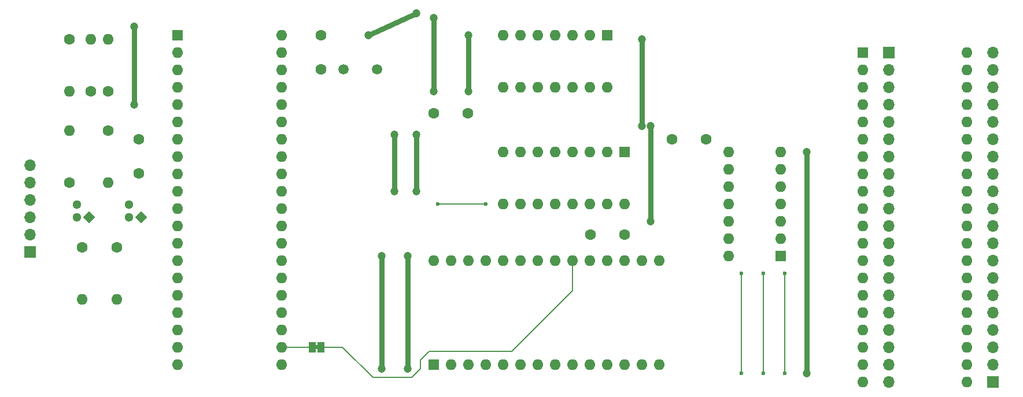
<source format=gtl>
%TF.GenerationSoftware,KiCad,Pcbnew,8.0.5+1*%
%TF.CreationDate,2024-10-09T18:42:43+02:00*%
%TF.ProjectId,QL_PC0084A_keyboard_adapter,514c5f50-4330-4303-9834-415f6b657962,0*%
%TF.SameCoordinates,Original*%
%TF.FileFunction,Copper,L1,Top*%
%TF.FilePolarity,Positive*%
%FSLAX46Y46*%
G04 Gerber Fmt 4.6, Leading zero omitted, Abs format (unit mm)*
G04 Created by KiCad (PCBNEW 8.0.5+1) date 2024-10-09 18:42:43*
%MOMM*%
%LPD*%
G01*
G04 APERTURE LIST*
G04 Aperture macros list*
%AMRotRect*
0 Rectangle, with rotation*
0 The origin of the aperture is its center*
0 $1 length*
0 $2 width*
0 $3 Rotation angle, in degrees counterclockwise*
0 Add horizontal line*
21,1,$1,$2,0,0,$3*%
G04 Aperture macros list end*
%TA.AperFunction,EtchedComponent*%
%ADD10C,0.000000*%
%TD*%
%TA.AperFunction,ComponentPad*%
%ADD11RotRect,1.300000X1.300000X135.000000*%
%TD*%
%TA.AperFunction,ComponentPad*%
%ADD12C,1.300000*%
%TD*%
%TA.AperFunction,ComponentPad*%
%ADD13R,1.600000X1.600000*%
%TD*%
%TA.AperFunction,ComponentPad*%
%ADD14O,1.600000X1.600000*%
%TD*%
%TA.AperFunction,ComponentPad*%
%ADD15C,1.600000*%
%TD*%
%TA.AperFunction,ComponentPad*%
%ADD16C,1.500000*%
%TD*%
%TA.AperFunction,ComponentPad*%
%ADD17R,1.700000X1.700000*%
%TD*%
%TA.AperFunction,ComponentPad*%
%ADD18O,1.700000X1.700000*%
%TD*%
%TA.AperFunction,SMDPad,CuDef*%
%ADD19R,1.000000X1.500000*%
%TD*%
%TA.AperFunction,ViaPad*%
%ADD20C,1.200000*%
%TD*%
%TA.AperFunction,ViaPad*%
%ADD21C,0.600000*%
%TD*%
%TA.AperFunction,Conductor*%
%ADD22C,0.800000*%
%TD*%
%TA.AperFunction,Conductor*%
%ADD23C,0.200000*%
%TD*%
%ADD24C,0.350000*%
%ADD25C,0.300000*%
G04 APERTURE END LIST*
D10*
%TA.AperFunction,EtchedComponent*%
%TO.C,JP1*%
G36*
X136155000Y-124760000D02*
G01*
X135655000Y-124760000D01*
X135655000Y-124160000D01*
X136155000Y-124160000D01*
X136155000Y-124760000D01*
G37*
%TD.AperFunction*%
%TD*%
D11*
%TO.P,Q1,1,E*%
%TO.N,GND*%
X102595000Y-105410000D03*
D12*
%TO.P,Q1,2,C*%
%TO.N,Net-(Q1-C)*%
X100798949Y-105410000D03*
%TO.P,Q1,3,B*%
%TO.N,Net-(Q1-B)*%
X100798949Y-103613949D03*
%TD*%
D11*
%TO.P,Q2,1,E*%
%TO.N,GND*%
X110215000Y-105410000D03*
D12*
%TO.P,Q2,2,C*%
%TO.N,Net-(Q2-C)*%
X108418949Y-105410000D03*
%TO.P,Q2,3,B*%
%TO.N,Net-(Q2-B)*%
X108418949Y-103613949D03*
%TD*%
D13*
%TO.P,U2,1,T0*%
%TO.N,unconnected-(U2-T0-Pad1)*%
X115570000Y-78740000D03*
D14*
%TO.P,U2,2,X1*%
%TO.N,Net-(U2-X1)*%
X115570000Y-81280000D03*
%TO.P,U2,3,X2*%
%TO.N,Net-(U2-X2)*%
X115570000Y-83820000D03*
%TO.P,U2,4,~{RESET}*%
%TO.N,/RESET*%
X115570000Y-86360000D03*
%TO.P,U2,5,~{SS}*%
%TO.N,+5V*%
X115570000Y-88900000D03*
%TO.P,U2,6,~{INT}*%
%TO.N,unconnected-(U2-~{INT}-Pad6)*%
X115570000Y-91440000D03*
%TO.P,U2,7,EA*%
%TO.N,GND*%
X115570000Y-93980000D03*
%TO.P,U2,8,~{RD}*%
%TO.N,unconnected-(U2-~{RD}-Pad8)*%
X115570000Y-96520000D03*
%TO.P,U2,9,~{PSEN}*%
%TO.N,unconnected-(U2-~{PSEN}-Pad9)*%
X115570000Y-99060000D03*
%TO.P,U2,10,~{WR}*%
%TO.N,unconnected-(U2-~{WR}-Pad10)*%
X115570000Y-101600000D03*
%TO.P,U2,11,ALE*%
%TO.N,unconnected-(U2-ALE-Pad11)*%
X115570000Y-104140000D03*
%TO.P,U2,12,DB.0*%
%TO.N,unconnected-(U2-DB.0-Pad12)*%
X115570000Y-106680000D03*
%TO.P,U2,13,DB.1*%
%TO.N,unconnected-(U2-DB.1-Pad13)*%
X115570000Y-109220000D03*
%TO.P,U2,14,DB.2*%
%TO.N,unconnected-(U2-DB.2-Pad14)*%
X115570000Y-111760000D03*
%TO.P,U2,15,DB.3*%
%TO.N,unconnected-(U2-DB.3-Pad15)*%
X115570000Y-114300000D03*
%TO.P,U2,16,DB.4*%
%TO.N,unconnected-(U2-DB.4-Pad16)*%
X115570000Y-116840000D03*
%TO.P,U2,17,DB.5*%
%TO.N,unconnected-(U2-DB.5-Pad17)*%
X115570000Y-119380000D03*
%TO.P,U2,18,DB.6*%
%TO.N,unconnected-(U2-DB.6-Pad18)*%
X115570000Y-121920000D03*
%TO.P,U2,19,DB.7*%
%TO.N,unconnected-(U2-DB.7-Pad19)*%
X115570000Y-124460000D03*
%TO.P,U2,20,GND*%
%TO.N,GND*%
X115570000Y-127000000D03*
%TO.P,U2,21,P2.0*%
%TO.N,/R_A12*%
X130810000Y-127000000D03*
%TO.P,U2,22,P2.1*%
%TO.N,/ROM_CE*%
X130810000Y-124460000D03*
%TO.P,U2,23,P2.2*%
%TO.N,unconnected-(U2-P2.2-Pad23)*%
X130810000Y-121920000D03*
%TO.P,U2,24,P2.3*%
%TO.N,unconnected-(U2-P2.3-Pad24)*%
X130810000Y-119380000D03*
%TO.P,U2,25,PROG*%
%TO.N,unconnected-(U2-PROG-Pad25)*%
X130810000Y-116840000D03*
%TO.P,U2,26,Vpp/VDD*%
%TO.N,+5V*%
X130810000Y-114300000D03*
%TO.P,U2,27,P1.0*%
%TO.N,/R_A7*%
X130810000Y-111760000D03*
%TO.P,U2,28,P1.1*%
%TO.N,/R_A6*%
X130810000Y-109220000D03*
%TO.P,U2,29,P1.2*%
%TO.N,/R_A5*%
X130810000Y-106680000D03*
%TO.P,U2,30,P1.3*%
%TO.N,/R_A4*%
X130810000Y-104140000D03*
%TO.P,U2,31,P1.4*%
%TO.N,/R_A3*%
X130810000Y-101600000D03*
%TO.P,U2,32,P1.5*%
%TO.N,/R_A2*%
X130810000Y-99060000D03*
%TO.P,U2,33,P1.6*%
%TO.N,/R_A1*%
X130810000Y-96520000D03*
%TO.P,U2,34,P1.7*%
%TO.N,/R_A0*%
X130810000Y-93980000D03*
%TO.P,U2,35,P2.4*%
%TO.N,/R_A11*%
X130810000Y-91440000D03*
%TO.P,U2,36,P2.5*%
%TO.N,Net-(U2-P2.5)*%
X130810000Y-88900000D03*
%TO.P,U2,37,P2.6*%
%TO.N,Net-(U2-P2.6)*%
X130810000Y-86360000D03*
%TO.P,U2,38,P2.7*%
%TO.N,Net-(U2-P2.7)*%
X130810000Y-83820000D03*
%TO.P,U2,39,T1*%
%TO.N,Net-(U2-T1)*%
X130810000Y-81280000D03*
%TO.P,U2,40,VCC*%
%TO.N,+5V*%
X130810000Y-78740000D03*
%TD*%
D13*
%TO.P,U8,1*%
%TO.N,unconnected-(U8-Pad1)*%
X178440000Y-78750000D03*
D14*
%TO.P,U8,2*%
%TO.N,unconnected-(U8-Pad2)*%
X175900000Y-78750000D03*
%TO.P,U8,3*%
%TO.N,Net-(U2-P2.5)*%
X173360000Y-78750000D03*
%TO.P,U8,4*%
%TO.N,Net-(J3-Pin_5)*%
X170820000Y-78750000D03*
%TO.P,U8,5*%
%TO.N,Net-(J3-Pin_4)*%
X168280000Y-78750000D03*
%TO.P,U8,6*%
%TO.N,Net-(U2-T1)*%
X165740000Y-78750000D03*
%TO.P,U8,7,GND*%
%TO.N,GND*%
X163200000Y-78750000D03*
%TO.P,U8,8*%
%TO.N,unconnected-(U8-Pad8)*%
X163200000Y-86370000D03*
%TO.P,U8,9*%
%TO.N,unconnected-(U8-Pad9)*%
X165740000Y-86370000D03*
%TO.P,U8,10*%
%TO.N,Net-(U6-I7)*%
X168280000Y-86370000D03*
%TO.P,U8,11*%
%TO.N,/KBO07*%
X170820000Y-86370000D03*
%TO.P,U8,12*%
%TO.N,Net-(U6-I6)*%
X173360000Y-86370000D03*
%TO.P,U8,13*%
%TO.N,/KBO06*%
X175900000Y-86370000D03*
%TO.P,U8,14,VCC*%
%TO.N,+5V*%
X178440000Y-86370000D03*
%TD*%
D13*
%TO.P,U1,1,T0*%
%TO.N,Net-(J1-Pin_1)*%
X215900000Y-81280000D03*
D14*
%TO.P,U1,2,X1*%
%TO.N,Net-(J1-Pin_2)*%
X215900000Y-83820000D03*
%TO.P,U1,3,X2*%
%TO.N,Net-(J1-Pin_3)*%
X215900000Y-86360000D03*
%TO.P,U1,4,~{RESET}*%
%TO.N,/RESET*%
X215900000Y-88900000D03*
%TO.P,U1,5,~{SS}*%
%TO.N,Net-(J1-Pin_5)*%
X215900000Y-91440000D03*
%TO.P,U1,6,~{INT}*%
%TO.N,Net-(J1-Pin_6)*%
X215900000Y-93980000D03*
%TO.P,U1,7,EA*%
%TO.N,Net-(J1-Pin_7)*%
X215900000Y-96520000D03*
%TO.P,U1,8,~{RD}*%
%TO.N,Net-(J1-Pin_8)*%
X215900000Y-99060000D03*
%TO.P,U1,9,~{PSEN}*%
%TO.N,Net-(J1-Pin_9)*%
X215900000Y-101600000D03*
%TO.P,U1,10,~{WR}*%
%TO.N,Net-(J1-Pin_10)*%
X215900000Y-104140000D03*
%TO.P,U1,11,ALE*%
%TO.N,Net-(J1-Pin_11)*%
X215900000Y-106680000D03*
%TO.P,U1,12,DB.0*%
%TO.N,/KBI00*%
X215900000Y-109220000D03*
%TO.P,U1,13,DB.1*%
%TO.N,/KBI01*%
X215900000Y-111760000D03*
%TO.P,U1,14,DB.2*%
%TO.N,/KBI02*%
X215900000Y-114300000D03*
%TO.P,U1,15,DB.3*%
%TO.N,/KBI03*%
X215900000Y-116840000D03*
%TO.P,U1,16,DB.4*%
%TO.N,/KBI04*%
X215900000Y-119380000D03*
%TO.P,U1,17,DB.5*%
%TO.N,/KBI05*%
X215900000Y-121920000D03*
%TO.P,U1,18,DB.6*%
%TO.N,/KBI06*%
X215900000Y-124460000D03*
%TO.P,U1,19,DB.7*%
%TO.N,/KBI07*%
X215900000Y-127000000D03*
%TO.P,U1,20,GND*%
%TO.N,GND*%
X215900000Y-129540000D03*
%TO.P,U1,21,P2.0*%
%TO.N,Net-(J2-Pin_1)*%
X231140000Y-129540000D03*
%TO.P,U1,22,P2.1*%
%TO.N,Net-(J2-Pin_2)*%
X231140000Y-127000000D03*
%TO.P,U1,23,P2.2*%
%TO.N,Net-(J2-Pin_3)*%
X231140000Y-124460000D03*
%TO.P,U1,24,P2.3*%
%TO.N,Net-(J2-Pin_4)*%
X231140000Y-121920000D03*
%TO.P,U1,25,PROG*%
%TO.N,Net-(J2-Pin_5)*%
X231140000Y-119380000D03*
%TO.P,U1,26,Vpp/VDD*%
%TO.N,Net-(J2-Pin_6)*%
X231140000Y-116840000D03*
%TO.P,U1,27,P1.0*%
%TO.N,/KBO00*%
X231140000Y-114300000D03*
%TO.P,U1,28,P1.1*%
%TO.N,/KBO01*%
X231140000Y-111760000D03*
%TO.P,U1,29,P1.2*%
%TO.N,/KBO02*%
X231140000Y-109220000D03*
%TO.P,U1,30,P1.3*%
%TO.N,/KBO03*%
X231140000Y-106680000D03*
%TO.P,U1,31,P1.4*%
%TO.N,/KBO04*%
X231140000Y-104140000D03*
%TO.P,U1,32,P1.5*%
%TO.N,/KBO05*%
X231140000Y-101600000D03*
%TO.P,U1,33,P1.6*%
%TO.N,/KBO06*%
X231140000Y-99060000D03*
%TO.P,U1,34,P1.7*%
%TO.N,/KBO07*%
X231140000Y-96520000D03*
%TO.P,U1,35,P2.4*%
%TO.N,Net-(J2-Pin_15)*%
X231140000Y-93980000D03*
%TO.P,U1,36,P2.5*%
%TO.N,Net-(J2-Pin_16)*%
X231140000Y-91440000D03*
%TO.P,U1,37,P2.6*%
%TO.N,Net-(J2-Pin_17)*%
X231140000Y-88900000D03*
%TO.P,U1,38,P2.7*%
%TO.N,Net-(J2-Pin_18)*%
X231140000Y-86360000D03*
%TO.P,U1,39,T1*%
%TO.N,Net-(J2-Pin_19)*%
X231140000Y-83820000D03*
%TO.P,U1,40,VCC*%
%TO.N,+5V*%
X231140000Y-81280000D03*
%TD*%
D15*
%TO.P,R5,1*%
%TO.N,Net-(U2-P2.6)*%
X105410000Y-86995000D03*
D14*
%TO.P,R5,2*%
%TO.N,+5V*%
X105410000Y-79375000D03*
%TD*%
D15*
%TO.P,C2,1*%
%TO.N,Net-(U2-X1)*%
X136525000Y-83780000D03*
%TO.P,C2,2*%
%TO.N,+5V*%
X136525000Y-78780000D03*
%TD*%
D13*
%TO.P,U6,1,I4*%
%TO.N,Net-(U6-I4)*%
X180975000Y-95885000D03*
D14*
%TO.P,U6,2,I5*%
%TO.N,Net-(U6-I5)*%
X178435000Y-95885000D03*
%TO.P,U6,3,I6*%
%TO.N,Net-(U6-I6)*%
X175895000Y-95885000D03*
%TO.P,U6,4,I7*%
%TO.N,Net-(U6-I7)*%
X173355000Y-95885000D03*
%TO.P,U6,5,EI*%
%TO.N,GND*%
X170815000Y-95885000D03*
%TO.P,U6,6,S2*%
%TO.N,/R_A10*%
X168275000Y-95885000D03*
%TO.P,U6,7,S1*%
%TO.N,/R_A9*%
X165735000Y-95885000D03*
%TO.P,U6,8,GND*%
%TO.N,GND*%
X163195000Y-95885000D03*
%TO.P,U6,9,S0*%
%TO.N,/R_A8*%
X163195000Y-103505000D03*
%TO.P,U6,10,IO*%
%TO.N,Net-(U6-IO)*%
X165735000Y-103505000D03*
%TO.P,U6,11,I1*%
%TO.N,Net-(U6-I1)*%
X168275000Y-103505000D03*
%TO.P,U6,12,I2*%
%TO.N,Net-(U6-I2)*%
X170815000Y-103505000D03*
%TO.P,U6,13,I3*%
%TO.N,Net-(U6-I3)*%
X173355000Y-103505000D03*
%TO.P,U6,14,GS*%
%TO.N,/ROM_OE*%
X175895000Y-103505000D03*
%TO.P,U6,15,EO*%
%TO.N,unconnected-(U6-EO-Pad15)*%
X178435000Y-103505000D03*
%TO.P,U6,16,VCC*%
%TO.N,+5V*%
X180975000Y-103505000D03*
%TD*%
D15*
%TO.P,C5,1*%
%TO.N,GND*%
X109855000Y-98980000D03*
%TO.P,C5,2*%
%TO.N,+5V*%
X109855000Y-93980000D03*
%TD*%
%TO.P,C4,1*%
%TO.N,+5V*%
X153075000Y-90170000D03*
%TO.P,C4,2*%
%TO.N,GND*%
X158075000Y-90170000D03*
%TD*%
%TO.P,C1,1*%
%TO.N,+5V*%
X187960000Y-93980000D03*
%TO.P,C1,2*%
%TO.N,GND*%
X192960000Y-93980000D03*
%TD*%
%TO.P,R7,1*%
%TO.N,Net-(U2-P2.6)*%
X105410000Y-92710000D03*
D14*
%TO.P,R7,2*%
%TO.N,Net-(Q2-B)*%
X105410000Y-100330000D03*
%TD*%
D15*
%TO.P,C3,1*%
%TO.N,+5V*%
X180975000Y-107950000D03*
%TO.P,C3,2*%
%TO.N,GND*%
X175975000Y-107950000D03*
%TD*%
D16*
%TO.P,Y1,1,1*%
%TO.N,Net-(U2-X1)*%
X139880000Y-83790000D03*
%TO.P,Y1,2,2*%
%TO.N,Net-(U2-X2)*%
X144780000Y-83790000D03*
%TD*%
D15*
%TO.P,R4,1*%
%TO.N,Net-(U2-P2.7)*%
X102870000Y-86995000D03*
D14*
%TO.P,R4,2*%
%TO.N,+5V*%
X102870000Y-79375000D03*
%TD*%
D15*
%TO.P,R1,1*%
%TO.N,Net-(Q2-C)*%
X106680000Y-109855000D03*
D14*
%TO.P,R1,2*%
%TO.N,Net-(J3-Pin_3)*%
X106680000Y-117475000D03*
%TD*%
D15*
%TO.P,R2,1*%
%TO.N,Net-(Q1-C)*%
X101600000Y-109855000D03*
D14*
%TO.P,R2,2*%
%TO.N,Net-(J3-Pin_2)*%
X101600000Y-117475000D03*
%TD*%
D15*
%TO.P,R6,1*%
%TO.N,Net-(Q1-B)*%
X99695000Y-100330000D03*
D14*
%TO.P,R6,2*%
%TO.N,Net-(U2-P2.7)*%
X99695000Y-92710000D03*
%TD*%
D13*
%TO.P,U7,1*%
%TO.N,/KBO00*%
X203825000Y-111125000D03*
D14*
%TO.P,U7,2*%
%TO.N,Net-(U6-I3)*%
X203825000Y-108585000D03*
%TO.P,U7,3*%
%TO.N,/KBO02*%
X203825000Y-106045000D03*
%TO.P,U7,4*%
%TO.N,Net-(U6-I1)*%
X203825000Y-103505000D03*
%TO.P,U7,5*%
%TO.N,/KBO04*%
X203825000Y-100965000D03*
%TO.P,U7,6*%
%TO.N,Net-(U6-I4)*%
X203825000Y-98425000D03*
%TO.P,U7,7,GND*%
%TO.N,GND*%
X203825000Y-95885000D03*
%TO.P,U7,8*%
%TO.N,Net-(U6-I5)*%
X196205000Y-95885000D03*
%TO.P,U7,9*%
%TO.N,/KBO05*%
X196205000Y-98425000D03*
%TO.P,U7,10*%
%TO.N,Net-(U6-IO)*%
X196205000Y-100965000D03*
%TO.P,U7,11*%
%TO.N,/KBO03*%
X196205000Y-103505000D03*
%TO.P,U7,12*%
%TO.N,Net-(U6-I2)*%
X196205000Y-106045000D03*
%TO.P,U7,13*%
%TO.N,/KBO01*%
X196205000Y-108585000D03*
%TO.P,U7,14,VCC*%
%TO.N,+5V*%
X196205000Y-111125000D03*
%TD*%
D15*
%TO.P,R3,1*%
%TO.N,+5V*%
X99695000Y-79375000D03*
D14*
%TO.P,R3,2*%
%TO.N,Net-(J3-Pin_4)*%
X99695000Y-86995000D03*
%TD*%
D13*
%TO.P,U3,1,VPP*%
%TO.N,+5V*%
X153035000Y-127000000D03*
D14*
%TO.P,U3,2,A12*%
%TO.N,/R_A12*%
X155575000Y-127000000D03*
%TO.P,U3,3,A7*%
%TO.N,/R_A7*%
X158115000Y-127000000D03*
%TO.P,U3,4,A6*%
%TO.N,/R_A6*%
X160655000Y-127000000D03*
%TO.P,U3,5,A5*%
%TO.N,/R_A5*%
X163195000Y-127000000D03*
%TO.P,U3,6,A4*%
%TO.N,/R_A4*%
X165735000Y-127000000D03*
%TO.P,U3,7,A3*%
%TO.N,/R_A3*%
X168275000Y-127000000D03*
%TO.P,U3,8,A2*%
%TO.N,/R_A2*%
X170815000Y-127000000D03*
%TO.P,U3,9,A1*%
%TO.N,/R_A1*%
X173355000Y-127000000D03*
%TO.P,U3,10,A0*%
%TO.N,/R_A0*%
X175895000Y-127000000D03*
%TO.P,U3,11,D0*%
%TO.N,/KBI00*%
X178435000Y-127000000D03*
%TO.P,U3,12,D1*%
%TO.N,/KBI01*%
X180975000Y-127000000D03*
%TO.P,U3,13,D2*%
%TO.N,/KBI02*%
X183515000Y-127000000D03*
%TO.P,U3,14,GND*%
%TO.N,GND*%
X186055000Y-127000000D03*
%TO.P,U3,15,D3*%
%TO.N,/KBI03*%
X186055000Y-111760000D03*
%TO.P,U3,16,D4*%
%TO.N,/KBI04*%
X183515000Y-111760000D03*
%TO.P,U3,17,D5*%
%TO.N,/KBI05*%
X180975000Y-111760000D03*
%TO.P,U3,18,D6*%
%TO.N,/KBI06*%
X178435000Y-111760000D03*
%TO.P,U3,19,D7*%
%TO.N,/KBI07*%
X175895000Y-111760000D03*
%TO.P,U3,20,~{CE}*%
%TO.N,Net-(JP1-A)*%
X173355000Y-111760000D03*
%TO.P,U3,21,A10*%
%TO.N,/R_A10*%
X170815000Y-111760000D03*
%TO.P,U3,22,~{OE}*%
%TO.N,/ROM_OE*%
X168275000Y-111760000D03*
%TO.P,U3,23,A11*%
%TO.N,/R_A11*%
X165735000Y-111760000D03*
%TO.P,U3,24,A9*%
%TO.N,/R_A9*%
X163195000Y-111760000D03*
%TO.P,U3,25,A8*%
%TO.N,/R_A8*%
X160655000Y-111760000D03*
%TO.P,U3,26,NC*%
%TO.N,unconnected-(U3-NC-Pad26)*%
X158115000Y-111760000D03*
%TO.P,U3,27,~{PGM}*%
%TO.N,+5V*%
X155575000Y-111760000D03*
%TO.P,U3,28,VCC*%
X153035000Y-111760000D03*
%TD*%
D17*
%TO.P,J3,1,Pin_1*%
%TO.N,GND*%
X93980000Y-110490000D03*
D18*
%TO.P,J3,2,Pin_2*%
%TO.N,Net-(J3-Pin_2)*%
X93980000Y-107950000D03*
%TO.P,J3,3,Pin_3*%
%TO.N,Net-(J3-Pin_3)*%
X93980000Y-105410000D03*
%TO.P,J3,4,Pin_4*%
%TO.N,Net-(J3-Pin_4)*%
X93980000Y-102870000D03*
%TO.P,J3,5,Pin_5*%
%TO.N,Net-(J3-Pin_5)*%
X93980000Y-100330000D03*
%TO.P,J3,6,Pin_6*%
%TO.N,+5V*%
X93980000Y-97790000D03*
%TD*%
D19*
%TO.P,JP1,1,A*%
%TO.N,Net-(JP1-A)*%
X136555000Y-124460000D03*
%TO.P,JP1,2,B*%
%TO.N,/ROM_CE*%
X135255000Y-124460000D03*
%TD*%
D17*
%TO.P,J2,1,Pin_1*%
%TO.N,Net-(J2-Pin_1)*%
X234950000Y-129540000D03*
D18*
%TO.P,J2,2,Pin_2*%
%TO.N,Net-(J2-Pin_2)*%
X234950000Y-127000000D03*
%TO.P,J2,3,Pin_3*%
%TO.N,Net-(J2-Pin_3)*%
X234950000Y-124460000D03*
%TO.P,J2,4,Pin_4*%
%TO.N,Net-(J2-Pin_4)*%
X234950000Y-121920000D03*
%TO.P,J2,5,Pin_5*%
%TO.N,Net-(J2-Pin_5)*%
X234950000Y-119380000D03*
%TO.P,J2,6,Pin_6*%
%TO.N,Net-(J2-Pin_6)*%
X234950000Y-116840000D03*
%TO.P,J2,7,Pin_7*%
%TO.N,/KBO00*%
X234950000Y-114300000D03*
%TO.P,J2,8,Pin_8*%
%TO.N,/KBO01*%
X234950000Y-111760000D03*
%TO.P,J2,9,Pin_9*%
%TO.N,/KBO02*%
X234950000Y-109220000D03*
%TO.P,J2,10,Pin_10*%
%TO.N,/KBO03*%
X234950000Y-106680000D03*
%TO.P,J2,11,Pin_11*%
%TO.N,/KBO04*%
X234950000Y-104140000D03*
%TO.P,J2,12,Pin_12*%
%TO.N,/KBO05*%
X234950000Y-101600000D03*
%TO.P,J2,13,Pin_13*%
%TO.N,/KBO06*%
X234950000Y-99060000D03*
%TO.P,J2,14,Pin_14*%
%TO.N,/KBO07*%
X234950000Y-96520000D03*
%TO.P,J2,15,Pin_15*%
%TO.N,Net-(J2-Pin_15)*%
X234950000Y-93980000D03*
%TO.P,J2,16,Pin_16*%
%TO.N,Net-(J2-Pin_16)*%
X234950000Y-91440000D03*
%TO.P,J2,17,Pin_17*%
%TO.N,Net-(J2-Pin_17)*%
X234950000Y-88900000D03*
%TO.P,J2,18,Pin_18*%
%TO.N,Net-(J2-Pin_18)*%
X234950000Y-86360000D03*
%TO.P,J2,19,Pin_19*%
%TO.N,Net-(J2-Pin_19)*%
X234950000Y-83820000D03*
%TO.P,J2,20,Pin_20*%
%TO.N,+5V*%
X234950000Y-81280000D03*
%TD*%
D17*
%TO.P,J1,1,Pin_1*%
%TO.N,Net-(J1-Pin_1)*%
X219710000Y-81280000D03*
D18*
%TO.P,J1,2,Pin_2*%
%TO.N,Net-(J1-Pin_2)*%
X219710000Y-83820000D03*
%TO.P,J1,3,Pin_3*%
%TO.N,Net-(J1-Pin_3)*%
X219710000Y-86360000D03*
%TO.P,J1,4,Pin_4*%
%TO.N,/RESET*%
X219710000Y-88900000D03*
%TO.P,J1,5,Pin_5*%
%TO.N,Net-(J1-Pin_5)*%
X219710000Y-91440000D03*
%TO.P,J1,6,Pin_6*%
%TO.N,Net-(J1-Pin_6)*%
X219710000Y-93980000D03*
%TO.P,J1,7,Pin_7*%
%TO.N,Net-(J1-Pin_7)*%
X219710000Y-96520000D03*
%TO.P,J1,8,Pin_8*%
%TO.N,Net-(J1-Pin_8)*%
X219710000Y-99060000D03*
%TO.P,J1,9,Pin_9*%
%TO.N,Net-(J1-Pin_9)*%
X219710000Y-101600000D03*
%TO.P,J1,10,Pin_10*%
%TO.N,Net-(J1-Pin_10)*%
X219710000Y-104140000D03*
%TO.P,J1,11,Pin_11*%
%TO.N,Net-(J1-Pin_11)*%
X219710000Y-106680000D03*
%TO.P,J1,12,Pin_12*%
%TO.N,/KBI00*%
X219710000Y-109220000D03*
%TO.P,J1,13,Pin_13*%
%TO.N,/KBI01*%
X219710000Y-111760000D03*
%TO.P,J1,14,Pin_14*%
%TO.N,/KBI02*%
X219710000Y-114300000D03*
%TO.P,J1,15,Pin_15*%
%TO.N,/KBI03*%
X219710000Y-116840000D03*
%TO.P,J1,16,Pin_16*%
%TO.N,/KBI04*%
X219710000Y-119380000D03*
%TO.P,J1,17,Pin_17*%
%TO.N,/KBI05*%
X219710000Y-121920000D03*
%TO.P,J1,18,Pin_18*%
%TO.N,/KBI06*%
X219710000Y-124460000D03*
%TO.P,J1,19,Pin_19*%
%TO.N,/KBI07*%
X219710000Y-127000000D03*
%TO.P,J1,20,Pin_20*%
%TO.N,GND*%
X219710000Y-129540000D03*
%TD*%
D20*
%TO.N,GND*%
X145415000Y-111125000D03*
X145415000Y-127635000D03*
X207645000Y-128270000D03*
X147320000Y-93345000D03*
X158115000Y-78740000D03*
X207645000Y-95885000D03*
X147320000Y-101600000D03*
X158115000Y-86995000D03*
%TO.N,+5V*%
X183515000Y-92075000D03*
X109220000Y-77470000D03*
X184785000Y-106045000D03*
X150495000Y-93345000D03*
X183515000Y-79375000D03*
X150495000Y-101600000D03*
X153035000Y-76200000D03*
X153035000Y-86995000D03*
X184785000Y-92075000D03*
X150495000Y-75565000D03*
X109220000Y-88900000D03*
X143510000Y-78740000D03*
X149225000Y-127635000D03*
X149225000Y-111125000D03*
D21*
%TO.N,/KBI01*%
X201295000Y-113665000D03*
X201295000Y-128270000D03*
X201295000Y-128270000D03*
%TO.N,/KBI02*%
X198120000Y-113665000D03*
X198120000Y-128270000D03*
X198120000Y-128270000D03*
%TO.N,/KBI00*%
X204470000Y-113665000D03*
X204470000Y-128270000D03*
%TO.N,/R_A8*%
X153670000Y-103505000D03*
X160655000Y-103505000D03*
%TD*%
D22*
%TO.N,GND*%
X145415000Y-127635000D02*
X145415000Y-111125000D01*
X158115000Y-78740000D02*
X158115000Y-86995000D01*
X207645000Y-128270000D02*
X207645000Y-95885000D01*
X147320000Y-93345000D02*
X147320000Y-101600000D01*
%TO.N,+5V*%
X184785000Y-92075000D02*
X184785000Y-106045000D01*
X109220000Y-77470000D02*
X109220000Y-88900000D01*
X153035000Y-76200000D02*
X153035000Y-86995000D01*
X143510000Y-78740000D02*
X150495000Y-75565000D01*
X150495000Y-93345000D02*
X150495000Y-101600000D01*
X149225000Y-111125000D02*
X149225000Y-127635000D01*
X183515000Y-92075000D02*
X183515000Y-79375000D01*
D23*
%TO.N,/KBI01*%
X201295000Y-113665000D02*
X201295000Y-128270000D01*
%TO.N,/KBI02*%
X198120000Y-113665000D02*
X198120000Y-128270000D01*
%TO.N,/KBI00*%
X204470000Y-113665000D02*
X204470000Y-128270000D01*
%TO.N,/R_A8*%
X153670000Y-103505000D02*
X160655000Y-103505000D01*
%TO.N,/ROM_CE*%
X130810000Y-124460000D02*
X135255000Y-124460000D01*
%TO.N,Net-(JP1-A)*%
X152400000Y-125095000D02*
X164465000Y-125095000D01*
X151130000Y-127635000D02*
X151130000Y-126365000D01*
X149860000Y-128905000D02*
X151130000Y-127635000D01*
X144145000Y-128905000D02*
X149860000Y-128905000D01*
X151130000Y-126365000D02*
X152400000Y-125095000D01*
X139700000Y-124460000D02*
X144145000Y-128905000D01*
X139700000Y-124460000D02*
X136555000Y-124460000D01*
X173355000Y-116205000D02*
X173355000Y-111760000D01*
X164465000Y-125095000D02*
X173355000Y-116205000D01*
%TD*%
D24*
X145415000Y-111125000D03*
X145415000Y-127635000D03*
X207645000Y-128270000D03*
X147320000Y-93345000D03*
X158115000Y-78740000D03*
X207645000Y-95885000D03*
X147320000Y-101600000D03*
X158115000Y-86995000D03*
X183515000Y-92075000D03*
X109220000Y-77470000D03*
X184785000Y-106045000D03*
X150495000Y-93345000D03*
X183515000Y-79375000D03*
X150495000Y-101600000D03*
X153035000Y-76200000D03*
X153035000Y-86995000D03*
X184785000Y-92075000D03*
X150495000Y-75565000D03*
X109220000Y-88900000D03*
X143510000Y-78740000D03*
X149225000Y-127635000D03*
X149225000Y-111125000D03*
D25*
X201295000Y-113665000D03*
X201295000Y-128270000D03*
X201295000Y-128270000D03*
X198120000Y-113665000D03*
X198120000Y-128270000D03*
X198120000Y-128270000D03*
X204470000Y-113665000D03*
X204470000Y-128270000D03*
X153670000Y-103505000D03*
X160655000Y-103505000D03*
D24*
X102595000Y-105410000D03*
X100798949Y-105410000D03*
X100798949Y-103613949D03*
X110215000Y-105410000D03*
X108418949Y-105410000D03*
X108418949Y-103613949D03*
X115570000Y-78740000D03*
X115570000Y-81280000D03*
X115570000Y-83820000D03*
X115570000Y-86360000D03*
X115570000Y-88900000D03*
X115570000Y-91440000D03*
X115570000Y-93980000D03*
X115570000Y-96520000D03*
X115570000Y-99060000D03*
X115570000Y-101600000D03*
X115570000Y-104140000D03*
X115570000Y-106680000D03*
X115570000Y-109220000D03*
X115570000Y-111760000D03*
X115570000Y-114300000D03*
X115570000Y-116840000D03*
X115570000Y-119380000D03*
X115570000Y-121920000D03*
X115570000Y-124460000D03*
X115570000Y-127000000D03*
X130810000Y-127000000D03*
X130810000Y-124460000D03*
X130810000Y-121920000D03*
X130810000Y-119380000D03*
X130810000Y-116840000D03*
X130810000Y-114300000D03*
X130810000Y-111760000D03*
X130810000Y-109220000D03*
X130810000Y-106680000D03*
X130810000Y-104140000D03*
X130810000Y-101600000D03*
X130810000Y-99060000D03*
X130810000Y-96520000D03*
X130810000Y-93980000D03*
X130810000Y-91440000D03*
X130810000Y-88900000D03*
X130810000Y-86360000D03*
X130810000Y-83820000D03*
X130810000Y-81280000D03*
X130810000Y-78740000D03*
X178440000Y-78750000D03*
X175900000Y-78750000D03*
X173360000Y-78750000D03*
X170820000Y-78750000D03*
X168280000Y-78750000D03*
X165740000Y-78750000D03*
X163200000Y-78750000D03*
X163200000Y-86370000D03*
X165740000Y-86370000D03*
X168280000Y-86370000D03*
X170820000Y-86370000D03*
X173360000Y-86370000D03*
X175900000Y-86370000D03*
X178440000Y-86370000D03*
X215900000Y-81280000D03*
X215900000Y-83820000D03*
X215900000Y-86360000D03*
X215900000Y-88900000D03*
X215900000Y-91440000D03*
X215900000Y-93980000D03*
X215900000Y-96520000D03*
X215900000Y-99060000D03*
X215900000Y-101600000D03*
X215900000Y-104140000D03*
X215900000Y-106680000D03*
X215900000Y-109220000D03*
X215900000Y-111760000D03*
X215900000Y-114300000D03*
X215900000Y-116840000D03*
X215900000Y-119380000D03*
X215900000Y-121920000D03*
X215900000Y-124460000D03*
X215900000Y-127000000D03*
X215900000Y-129540000D03*
X231140000Y-129540000D03*
X231140000Y-127000000D03*
X231140000Y-124460000D03*
X231140000Y-121920000D03*
X231140000Y-119380000D03*
X231140000Y-116840000D03*
X231140000Y-114300000D03*
X231140000Y-111760000D03*
X231140000Y-109220000D03*
X231140000Y-106680000D03*
X231140000Y-104140000D03*
X231140000Y-101600000D03*
X231140000Y-99060000D03*
X231140000Y-96520000D03*
X231140000Y-93980000D03*
X231140000Y-91440000D03*
X231140000Y-88900000D03*
X231140000Y-86360000D03*
X231140000Y-83820000D03*
X231140000Y-81280000D03*
X105410000Y-86995000D03*
X105410000Y-79375000D03*
X136525000Y-83780000D03*
X136525000Y-78780000D03*
X180975000Y-95885000D03*
X178435000Y-95885000D03*
X175895000Y-95885000D03*
X173355000Y-95885000D03*
X170815000Y-95885000D03*
X168275000Y-95885000D03*
X165735000Y-95885000D03*
X163195000Y-95885000D03*
X163195000Y-103505000D03*
X165735000Y-103505000D03*
X168275000Y-103505000D03*
X170815000Y-103505000D03*
X173355000Y-103505000D03*
X175895000Y-103505000D03*
X178435000Y-103505000D03*
X180975000Y-103505000D03*
X109855000Y-98980000D03*
X109855000Y-93980000D03*
X153075000Y-90170000D03*
X158075000Y-90170000D03*
X187960000Y-93980000D03*
X192960000Y-93980000D03*
X105410000Y-92710000D03*
X105410000Y-100330000D03*
X180975000Y-107950000D03*
X175975000Y-107950000D03*
X139880000Y-83790000D03*
X144780000Y-83790000D03*
X102870000Y-86995000D03*
X102870000Y-79375000D03*
X106680000Y-109855000D03*
X106680000Y-117475000D03*
X101600000Y-109855000D03*
X101600000Y-117475000D03*
X99695000Y-100330000D03*
X99695000Y-92710000D03*
X203825000Y-111125000D03*
X203825000Y-108585000D03*
X203825000Y-106045000D03*
X203825000Y-103505000D03*
X203825000Y-100965000D03*
X203825000Y-98425000D03*
X203825000Y-95885000D03*
X196205000Y-95885000D03*
X196205000Y-98425000D03*
X196205000Y-100965000D03*
X196205000Y-103505000D03*
X196205000Y-106045000D03*
X196205000Y-108585000D03*
X196205000Y-111125000D03*
X99695000Y-79375000D03*
X99695000Y-86995000D03*
X153035000Y-127000000D03*
X155575000Y-127000000D03*
X158115000Y-127000000D03*
X160655000Y-127000000D03*
X163195000Y-127000000D03*
X165735000Y-127000000D03*
X168275000Y-127000000D03*
X170815000Y-127000000D03*
X173355000Y-127000000D03*
X175895000Y-127000000D03*
X178435000Y-127000000D03*
X180975000Y-127000000D03*
X183515000Y-127000000D03*
X186055000Y-127000000D03*
X186055000Y-111760000D03*
X183515000Y-111760000D03*
X180975000Y-111760000D03*
X178435000Y-111760000D03*
X175895000Y-111760000D03*
X173355000Y-111760000D03*
X170815000Y-111760000D03*
X168275000Y-111760000D03*
X165735000Y-111760000D03*
X163195000Y-111760000D03*
X160655000Y-111760000D03*
X158115000Y-111760000D03*
X155575000Y-111760000D03*
X153035000Y-111760000D03*
X93980000Y-110490000D03*
X93980000Y-107950000D03*
X93980000Y-105410000D03*
X93980000Y-102870000D03*
X93980000Y-100330000D03*
X93980000Y-97790000D03*
X234950000Y-129540000D03*
X234950000Y-127000000D03*
X234950000Y-124460000D03*
X234950000Y-121920000D03*
X234950000Y-119380000D03*
X234950000Y-116840000D03*
X234950000Y-114300000D03*
X234950000Y-111760000D03*
X234950000Y-109220000D03*
X234950000Y-106680000D03*
X234950000Y-104140000D03*
X234950000Y-101600000D03*
X234950000Y-99060000D03*
X234950000Y-96520000D03*
X234950000Y-93980000D03*
X234950000Y-91440000D03*
X234950000Y-88900000D03*
X234950000Y-86360000D03*
X234950000Y-83820000D03*
X234950000Y-81280000D03*
X219710000Y-81280000D03*
X219710000Y-83820000D03*
X219710000Y-86360000D03*
X219710000Y-88900000D03*
X219710000Y-91440000D03*
X219710000Y-93980000D03*
X219710000Y-96520000D03*
X219710000Y-99060000D03*
X219710000Y-101600000D03*
X219710000Y-104140000D03*
X219710000Y-106680000D03*
X219710000Y-109220000D03*
X219710000Y-111760000D03*
X219710000Y-114300000D03*
X219710000Y-116840000D03*
X219710000Y-119380000D03*
X219710000Y-121920000D03*
X219710000Y-124460000D03*
X219710000Y-127000000D03*
X219710000Y-129540000D03*
M02*

</source>
